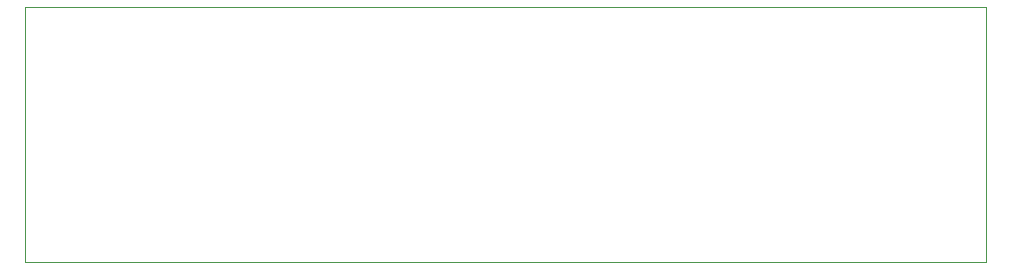
<source format=gbr>
%TF.GenerationSoftware,KiCad,Pcbnew,7.0.9*%
%TF.CreationDate,2023-11-22T21:43:23-08:00*%
%TF.ProjectId,esp12-temp-sensore,65737031-322d-4746-956d-702d73656e73,rev?*%
%TF.SameCoordinates,Original*%
%TF.FileFunction,Profile,NP*%
%FSLAX46Y46*%
G04 Gerber Fmt 4.6, Leading zero omitted, Abs format (unit mm)*
G04 Created by KiCad (PCBNEW 7.0.9) date 2023-11-22 21:43:23*
%MOMM*%
%LPD*%
G01*
G04 APERTURE LIST*
%TA.AperFunction,Profile*%
%ADD10C,0.100000*%
%TD*%
G04 APERTURE END LIST*
D10*
X19685000Y-46355000D02*
X101066600Y-46355000D01*
X101066600Y-46355000D02*
X101066600Y-24765000D01*
X101066600Y-24765000D02*
X20320000Y-24765000D01*
X19685000Y-24765000D02*
X19685000Y-46355000D01*
X20320000Y-24765000D02*
X19685000Y-24765000D01*
M02*

</source>
